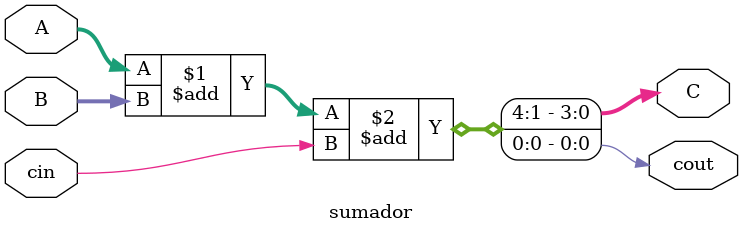
<source format=sv>
`timescale 1ns / 1ps

module sumador(
     input logic [3:0] A, B,
     input logic cin,
     output logic [3:0] C, 
     output logic cout
      );
     assign {C,cout} = A+B+cin;    
endmodule

</source>
